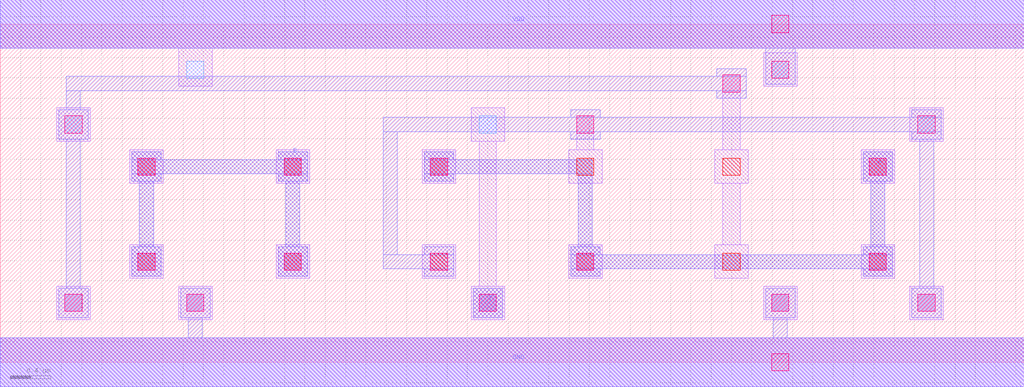
<source format=lef>
MACRO XNOR2X1
 CLASS CORE ;
 FOREIGN XNOR2X1 0 0 ;
 SIZE 10.08 BY 3.33 ;
 ORIGIN 0 0 ;
 SYMMETRY X Y R90 ;
 SITE unit ;
  PIN VDD
   DIRECTION INOUT ;
   USE POWER ;
   SHAPE ABUTMENT ;
    PORT
     CLASS CORE ;
       LAYER li1 ;
        RECT 0.00000000 3.09000000 10.08000000 3.57000000 ;
       LAYER met1 ;
        RECT 0.00000000 3.09000000 10.08000000 3.57000000 ;
    END
  END VDD

  PIN GND
   DIRECTION INOUT ;
   USE POWER ;
   SHAPE ABUTMENT ;
    PORT
     CLASS CORE ;
       LAYER li1 ;
        RECT 0.00000000 -0.24000000 10.08000000 0.24000000 ;
       LAYER met1 ;
        RECT 0.00000000 -0.24000000 10.08000000 0.24000000 ;
    END
  END GND

  PIN Y
   DIRECTION INOUT ;
   USE SIGNAL ;
   SHAPE ABUTMENT ;
    PORT
     CLASS CORE ;
       LAYER met1 ;
        RECT 4.65500000 0.44000000 4.94500000 0.73000000 ;
    END
  END Y

  PIN B
   DIRECTION INOUT ;
   USE SIGNAL ;
   SHAPE ABUTMENT ;
    PORT
     CLASS CORE ;
       LAYER met1 ;
        RECT 1.29500000 0.84500000 1.58500000 1.13500000 ;
        RECT 2.73500000 0.84500000 3.02500000 1.13500000 ;
        RECT 1.37000000 1.13500000 1.51000000 1.78000000 ;
        RECT 2.81000000 1.13500000 2.95000000 1.78000000 ;
        RECT 1.29500000 1.78000000 1.58500000 1.85500000 ;
        RECT 2.73500000 1.78000000 3.02500000 1.85500000 ;
        RECT 1.29500000 1.85500000 3.02500000 1.99500000 ;
        RECT 1.29500000 1.99500000 1.58500000 2.07000000 ;
        RECT 2.73500000 1.99500000 3.02500000 2.07000000 ;
    END
  END B

  PIN A
   DIRECTION INOUT ;
   USE SIGNAL ;
   SHAPE ABUTMENT ;
    PORT
     CLASS CORE ;
       LAYER met1 ;
        RECT 5.61500000 0.84500000 5.90500000 0.92000000 ;
        RECT 8.49500000 0.84500000 8.78500000 0.92000000 ;
        RECT 5.61500000 0.92000000 8.78500000 1.06000000 ;
        RECT 5.61500000 1.06000000 5.90500000 1.13500000 ;
        RECT 8.49500000 1.06000000 8.78500000 1.13500000 ;
        RECT 8.57000000 1.13500000 8.71000000 1.78000000 ;
        RECT 4.17500000 1.78000000 4.46500000 1.85500000 ;
        RECT 5.69000000 1.13500000 5.83000000 1.85500000 ;
        RECT 4.17500000 1.85500000 5.83000000 1.99500000 ;
        RECT 4.17500000 1.99500000 4.46500000 2.07000000 ;
        RECT 8.49500000 1.78000000 8.78500000 2.07000000 ;
    END
  END A

 OBS
    LAYER polycont ;
     RECT 1.35500000 0.90500000 1.52500000 1.07500000 ;
     RECT 2.79500000 0.90500000 2.96500000 1.07500000 ;
     RECT 4.23500000 0.90500000 4.40500000 1.07500000 ;
     RECT 5.67500000 0.90500000 5.84500000 1.07500000 ;
     RECT 7.11500000 0.90500000 7.28500000 1.07500000 ;
     RECT 8.55500000 0.90500000 8.72500000 1.07500000 ;
     RECT 1.35500000 1.84000000 1.52500000 2.01000000 ;
     RECT 2.79500000 1.84000000 2.96500000 2.01000000 ;
     RECT 4.23500000 1.84000000 4.40500000 2.01000000 ;
     RECT 5.67500000 1.84000000 5.84500000 2.01000000 ;
     RECT 7.11500000 1.84000000 7.28500000 2.01000000 ;
     RECT 8.55500000 1.84000000 8.72500000 2.01000000 ;

    LAYER pdiffc ;
     RECT 0.63500000 2.25500000 0.80500000 2.42500000 ;
     RECT 4.71500000 2.25500000 4.88500000 2.42500000 ;
     RECT 9.03500000 2.25500000 9.20500000 2.42500000 ;
     RECT 1.83500000 2.79500000 2.00500000 2.96500000 ;
     RECT 7.59500000 2.79500000 7.76500000 2.96500000 ;

    LAYER ndiffc ;
     RECT 0.63500000 0.50000000 0.80500000 0.67000000 ;
     RECT 1.83500000 0.50000000 2.00500000 0.67000000 ;
     RECT 4.71500000 0.50000000 4.88500000 0.67000000 ;
     RECT 7.59500000 0.50000000 7.76500000 0.67000000 ;
     RECT 9.03500000 0.50000000 9.20500000 0.67000000 ;

    LAYER li1 ;
     RECT 0.00000000 -0.24000000 10.08000000 0.24000000 ;
     RECT 0.55500000 0.42000000 0.88500000 0.75000000 ;
     RECT 1.75500000 0.42000000 2.08500000 0.75000000 ;
     RECT 7.51500000 0.42000000 7.84500000 0.75000000 ;
     RECT 8.95500000 0.42000000 9.28500000 0.75000000 ;
     RECT 1.27500000 0.82500000 1.60500000 1.15500000 ;
     RECT 2.71500000 0.82500000 3.04500000 1.15500000 ;
     RECT 4.15500000 0.82500000 4.48500000 1.15500000 ;
     RECT 5.59500000 0.82500000 5.92500000 1.15500000 ;
     RECT 8.47500000 0.82500000 8.80500000 1.15500000 ;
     RECT 1.27500000 1.76000000 1.60500000 2.09000000 ;
     RECT 2.71500000 1.76000000 3.04500000 2.09000000 ;
     RECT 4.15500000 1.76000000 4.48500000 2.09000000 ;
     RECT 8.47500000 1.76000000 8.80500000 2.09000000 ;
     RECT 5.59500000 1.76000000 5.92500000 2.09000000 ;
     RECT 5.67500000 2.09000000 5.84500000 2.42500000 ;
     RECT 0.55500000 2.17500000 0.88500000 2.50500000 ;
     RECT 4.63500000 0.42000000 4.96500000 0.75000000 ;
     RECT 4.71500000 0.75000000 4.88500000 2.17500000 ;
     RECT 4.63500000 2.17500000 4.96500000 2.50500000 ;
     RECT 8.95500000 2.17500000 9.28500000 2.50500000 ;
     RECT 7.03500000 0.82500000 7.36500000 1.15500000 ;
     RECT 7.11500000 1.15500000 7.28500000 1.76000000 ;
     RECT 7.03500000 1.76000000 7.36500000 2.09000000 ;
     RECT 7.11500000 2.09000000 7.28500000 2.83000000 ;
     RECT 7.51500000 2.71500000 7.84500000 3.04500000 ;
     RECT 1.75500000 2.71500000 2.08500000 3.09000000 ;
     RECT 0.00000000 3.09000000 10.08000000 3.57000000 ;

    LAYER viali ;
     RECT 7.59500000 -0.08500000 7.76500000 0.08500000 ;
     RECT 0.63500000 0.50000000 0.80500000 0.67000000 ;
     RECT 1.83500000 0.50000000 2.00500000 0.67000000 ;
     RECT 4.71500000 0.50000000 4.88500000 0.67000000 ;
     RECT 7.59500000 0.50000000 7.76500000 0.67000000 ;
     RECT 9.03500000 0.50000000 9.20500000 0.67000000 ;
     RECT 1.35500000 0.90500000 1.52500000 1.07500000 ;
     RECT 2.79500000 0.90500000 2.96500000 1.07500000 ;
     RECT 4.23500000 0.90500000 4.40500000 1.07500000 ;
     RECT 5.67500000 0.90500000 5.84500000 1.07500000 ;
     RECT 8.55500000 0.90500000 8.72500000 1.07500000 ;
     RECT 1.35500000 1.84000000 1.52500000 2.01000000 ;
     RECT 2.79500000 1.84000000 2.96500000 2.01000000 ;
     RECT 4.23500000 1.84000000 4.40500000 2.01000000 ;
     RECT 8.55500000 1.84000000 8.72500000 2.01000000 ;
     RECT 0.63500000 2.25500000 0.80500000 2.42500000 ;
     RECT 5.67500000 2.25500000 5.84500000 2.42500000 ;
     RECT 9.03500000 2.25500000 9.20500000 2.42500000 ;
     RECT 7.11500000 2.66000000 7.28500000 2.83000000 ;
     RECT 7.59500000 2.79500000 7.76500000 2.96500000 ;
     RECT 7.59500000 3.24500000 7.76500000 3.41500000 ;

    LAYER met1 ;
     RECT 4.65500000 0.44000000 4.94500000 0.73000000 ;
     RECT 0.00000000 -0.24000000 10.08000000 0.24000000 ;
     RECT 1.85000000 0.24000000 1.99000000 0.44000000 ;
     RECT 7.61000000 0.24000000 7.75000000 0.44000000 ;
     RECT 1.77500000 0.44000000 2.06500000 0.73000000 ;
     RECT 7.53500000 0.44000000 7.82500000 0.73000000 ;
     RECT 1.29500000 0.84500000 1.58500000 1.13500000 ;
     RECT 2.73500000 0.84500000 3.02500000 1.13500000 ;
     RECT 1.37000000 1.13500000 1.51000000 1.78000000 ;
     RECT 2.81000000 1.13500000 2.95000000 1.78000000 ;
     RECT 1.29500000 1.78000000 1.58500000 1.85500000 ;
     RECT 2.73500000 1.78000000 3.02500000 1.85500000 ;
     RECT 1.29500000 1.85500000 3.02500000 1.99500000 ;
     RECT 1.29500000 1.99500000 1.58500000 2.07000000 ;
     RECT 2.73500000 1.99500000 3.02500000 2.07000000 ;
     RECT 5.61500000 0.84500000 5.90500000 0.92000000 ;
     RECT 8.49500000 0.84500000 8.78500000 0.92000000 ;
     RECT 5.61500000 0.92000000 8.78500000 1.06000000 ;
     RECT 5.61500000 1.06000000 5.90500000 1.13500000 ;
     RECT 8.49500000 1.06000000 8.78500000 1.13500000 ;
     RECT 8.57000000 1.13500000 8.71000000 1.78000000 ;
     RECT 4.17500000 1.78000000 4.46500000 1.85500000 ;
     RECT 5.69000000 1.13500000 5.83000000 1.85500000 ;
     RECT 4.17500000 1.85500000 5.83000000 1.99500000 ;
     RECT 4.17500000 1.99500000 4.46500000 2.07000000 ;
     RECT 8.49500000 1.78000000 8.78500000 2.07000000 ;
     RECT 8.97500000 0.44000000 9.26500000 0.73000000 ;
     RECT 4.17500000 0.84500000 4.46500000 0.92000000 ;
     RECT 3.77000000 0.92000000 4.46500000 1.06000000 ;
     RECT 4.17500000 1.06000000 4.46500000 1.13500000 ;
     RECT 9.05000000 0.73000000 9.19000000 2.19500000 ;
     RECT 3.77000000 1.06000000 3.91000000 2.27000000 ;
     RECT 5.61500000 2.19500000 5.90500000 2.27000000 ;
     RECT 8.97500000 2.19500000 9.26500000 2.27000000 ;
     RECT 3.77000000 2.27000000 9.26500000 2.41000000 ;
     RECT 5.61500000 2.41000000 5.90500000 2.48500000 ;
     RECT 8.97500000 2.41000000 9.26500000 2.48500000 ;
     RECT 0.57500000 0.44000000 0.86500000 0.73000000 ;
     RECT 0.65000000 0.73000000 0.79000000 2.19500000 ;
     RECT 0.57500000 2.19500000 0.86500000 2.48500000 ;
     RECT 0.65000000 2.48500000 0.79000000 2.67500000 ;
     RECT 7.05500000 2.60000000 7.34500000 2.67500000 ;
     RECT 0.65000000 2.67500000 7.34500000 2.81500000 ;
     RECT 7.05500000 2.81500000 7.34500000 2.89000000 ;
     RECT 7.53500000 2.73500000 7.82500000 3.09000000 ;
     RECT 0.00000000 3.09000000 10.08000000 3.57000000 ;

 END
END XNOR2X1

</source>
